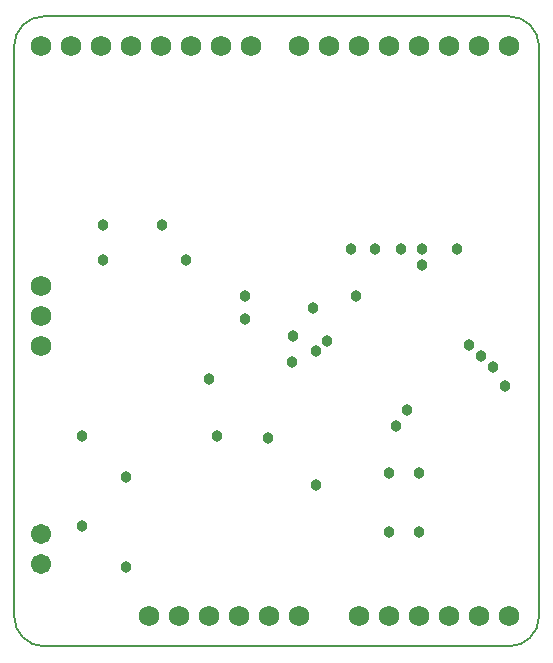
<source format=gbs>
%FSLAX25Y25*%
%MOIN*%
G70*
G01*
G75*
G04 Layer_Color=16711935*
%ADD10R,0.01969X0.02756*%
%ADD11R,0.02953X0.02559*%
%ADD12R,0.02559X0.02953*%
%ADD13R,0.02362X0.01969*%
%ADD14R,0.04803X0.02362*%
%ADD15R,0.02362X0.03543*%
G04:AMPARAMS|DCode=16|XSize=25.59mil|YSize=23.62mil|CornerRadius=5.91mil|HoleSize=0mil|Usage=FLASHONLY|Rotation=0.000|XOffset=0mil|YOffset=0mil|HoleType=Round|Shape=RoundedRectangle|*
%AMROUNDEDRECTD16*
21,1,0.02559,0.01181,0,0,0.0*
21,1,0.01378,0.02362,0,0,0.0*
1,1,0.01181,0.00689,-0.00591*
1,1,0.01181,-0.00689,-0.00591*
1,1,0.01181,-0.00689,0.00591*
1,1,0.01181,0.00689,0.00591*
%
%ADD16ROUNDEDRECTD16*%
%ADD17R,0.01969X0.02362*%
G04:AMPARAMS|DCode=18|XSize=25.59mil|YSize=23.62mil|CornerRadius=5.91mil|HoleSize=0mil|Usage=FLASHONLY|Rotation=270.000|XOffset=0mil|YOffset=0mil|HoleType=Round|Shape=RoundedRectangle|*
%AMROUNDEDRECTD18*
21,1,0.02559,0.01181,0,0,270.0*
21,1,0.01378,0.02362,0,0,270.0*
1,1,0.01181,-0.00591,-0.00689*
1,1,0.01181,-0.00591,0.00689*
1,1,0.01181,0.00591,0.00689*
1,1,0.01181,0.00591,-0.00689*
%
%ADD18ROUNDEDRECTD18*%
%ADD19R,0.05709X0.02165*%
%ADD20R,0.05709X0.02165*%
%ADD21R,0.05000X0.02500*%
%ADD22R,0.02500X0.05000*%
%ADD23C,0.01000*%
%ADD24C,0.01500*%
%ADD25C,0.02000*%
%ADD26C,0.00600*%
%ADD27C,0.06000*%
%ADD28C,0.05906*%
%ADD29C,0.03000*%
%ADD30C,0.03000*%
%ADD31C,0.00984*%
%ADD32C,0.00394*%
%ADD33C,0.00500*%
%ADD34C,0.00787*%
%ADD35C,0.00591*%
%ADD36C,0.00472*%
%ADD37R,0.02769X0.03556*%
%ADD38R,0.03753X0.03359*%
%ADD39R,0.03359X0.03753*%
%ADD40R,0.03162X0.02769*%
%ADD41R,0.05603X0.03162*%
%ADD42R,0.03162X0.04343*%
G04:AMPARAMS|DCode=43|XSize=33.59mil|YSize=31.62mil|CornerRadius=9.91mil|HoleSize=0mil|Usage=FLASHONLY|Rotation=0.000|XOffset=0mil|YOffset=0mil|HoleType=Round|Shape=RoundedRectangle|*
%AMROUNDEDRECTD43*
21,1,0.03359,0.01181,0,0,0.0*
21,1,0.01378,0.03162,0,0,0.0*
1,1,0.01981,0.00689,-0.00591*
1,1,0.01981,-0.00689,-0.00591*
1,1,0.01981,-0.00689,0.00591*
1,1,0.01981,0.00689,0.00591*
%
%ADD43ROUNDEDRECTD43*%
%ADD44R,0.02769X0.03162*%
G04:AMPARAMS|DCode=45|XSize=33.59mil|YSize=31.62mil|CornerRadius=9.91mil|HoleSize=0mil|Usage=FLASHONLY|Rotation=270.000|XOffset=0mil|YOffset=0mil|HoleType=Round|Shape=RoundedRectangle|*
%AMROUNDEDRECTD45*
21,1,0.03359,0.01181,0,0,270.0*
21,1,0.01378,0.03162,0,0,270.0*
1,1,0.01981,-0.00591,-0.00689*
1,1,0.01981,-0.00591,0.00689*
1,1,0.01981,0.00591,0.00689*
1,1,0.01981,0.00591,-0.00689*
%
%ADD45ROUNDEDRECTD45*%
%ADD46R,0.06509X0.02965*%
%ADD47R,0.06509X0.02965*%
%ADD48R,0.05600X0.03100*%
%ADD49R,0.03100X0.05600*%
%ADD50C,0.06800*%
%ADD51C,0.06706*%
%ADD52C,0.03800*%
D26*
X10000Y210000D02*
G03*
X0Y200000I0J-10000D01*
G01*
X165000Y0D02*
G03*
X175000Y10000I0J10000D01*
G01*
X175000Y200000D02*
G03*
X165000Y210000I-10000J0D01*
G01*
X0Y10000D02*
G03*
X10000Y0I10000J0D01*
G01*
X165000D01*
X10000Y210000D02*
X165000D01*
X175000Y10000D02*
Y200000D01*
X0Y10000D02*
Y200000D01*
D50*
X45000Y10000D02*
D03*
X55000D02*
D03*
X65000D02*
D03*
X75000D02*
D03*
X85000D02*
D03*
X95000D02*
D03*
X79000Y200000D02*
D03*
X69000D02*
D03*
X59000D02*
D03*
X49000D02*
D03*
X39000D02*
D03*
X29000D02*
D03*
X19000D02*
D03*
X9000D02*
D03*
X165000D02*
D03*
X155000D02*
D03*
X145000D02*
D03*
X135000D02*
D03*
X125000D02*
D03*
X115000D02*
D03*
X105000D02*
D03*
X95000D02*
D03*
X115000Y10000D02*
D03*
X125000D02*
D03*
X135000D02*
D03*
X145000D02*
D03*
X155000D02*
D03*
X165000D02*
D03*
X9000Y120000D02*
D03*
Y110000D02*
D03*
Y100000D02*
D03*
D51*
Y37500D02*
D03*
Y27500D02*
D03*
D52*
X49323Y140433D02*
D03*
X57197Y128622D02*
D03*
X29638Y140504D02*
D03*
Y128622D02*
D03*
X37185Y56500D02*
D03*
X22500Y70000D02*
D03*
Y40000D02*
D03*
X37185Y26500D02*
D03*
X65071Y89252D02*
D03*
X67500Y70000D02*
D03*
X92630Y94764D02*
D03*
X100504Y98307D02*
D03*
X99717Y112874D02*
D03*
X77079Y109134D02*
D03*
X77079Y116614D02*
D03*
X112315Y132559D02*
D03*
X120189D02*
D03*
X128850D02*
D03*
X135937D02*
D03*
X151685Y100276D02*
D03*
X147748Y132559D02*
D03*
X155622Y96732D02*
D03*
X159559Y93189D02*
D03*
X163496Y86890D02*
D03*
X130819Y78622D02*
D03*
X127276Y73504D02*
D03*
X135000Y37984D02*
D03*
X125000D02*
D03*
X135000Y57606D02*
D03*
X125000D02*
D03*
X84756Y69567D02*
D03*
X100504Y53819D02*
D03*
X135937Y127047D02*
D03*
X104441Y101850D02*
D03*
X92925Y103425D02*
D03*
X113890Y116811D02*
D03*
M02*

</source>
